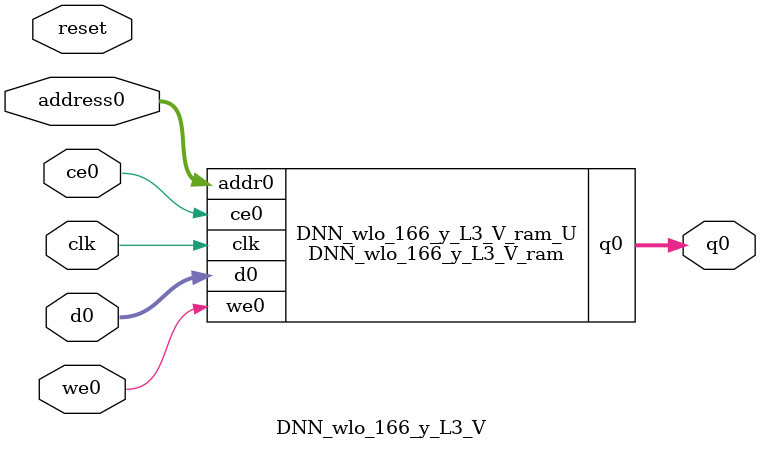
<source format=v>
`timescale 1 ns / 1 ps
module DNN_wlo_166_y_L3_V_ram (addr0, ce0, d0, we0, q0,  clk);

parameter DWIDTH = 16;
parameter AWIDTH = 7;
parameter MEM_SIZE = 104;

input[AWIDTH-1:0] addr0;
input ce0;
input[DWIDTH-1:0] d0;
input we0;
output reg[DWIDTH-1:0] q0;
input clk;

(* ram_style = "block" *)reg [DWIDTH-1:0] ram[0:MEM_SIZE-1];




always @(posedge clk)  
begin 
    if (ce0) 
    begin
        if (we0) 
        begin 
            ram[addr0] <= d0; 
        end 
        q0 <= ram[addr0];
    end
end


endmodule

`timescale 1 ns / 1 ps
module DNN_wlo_166_y_L3_V(
    reset,
    clk,
    address0,
    ce0,
    we0,
    d0,
    q0);

parameter DataWidth = 32'd16;
parameter AddressRange = 32'd104;
parameter AddressWidth = 32'd7;
input reset;
input clk;
input[AddressWidth - 1:0] address0;
input ce0;
input we0;
input[DataWidth - 1:0] d0;
output[DataWidth - 1:0] q0;



DNN_wlo_166_y_L3_V_ram DNN_wlo_166_y_L3_V_ram_U(
    .clk( clk ),
    .addr0( address0 ),
    .ce0( ce0 ),
    .we0( we0 ),
    .d0( d0 ),
    .q0( q0 ));

endmodule


</source>
